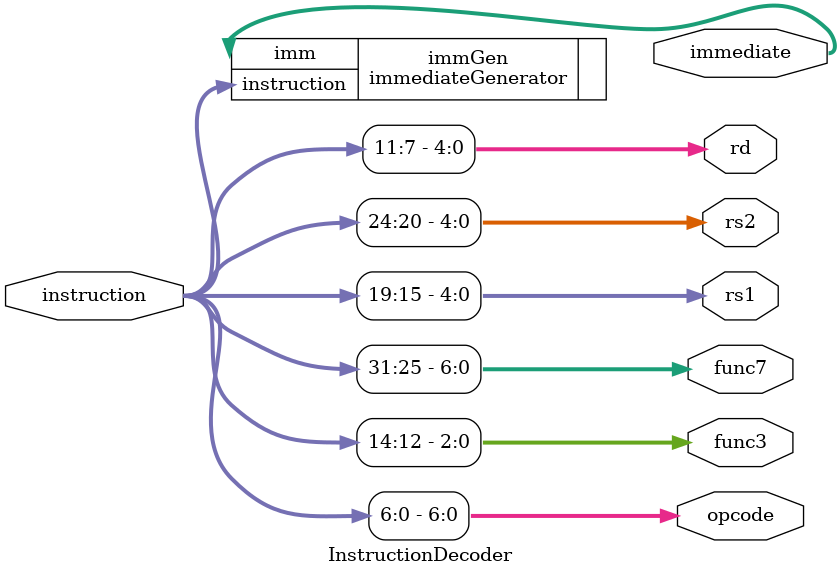
<source format=sv>
`default_nettype none
`include "immediateGenerator.sv"
`include "types.sv"


module InstructionDecoder (
    input  logic [31:0] instruction, // Input instruction (32-bit)
    output logic [6:0]  opcode,      // Opcode (bits [6:0])
    output logic [2:0]  func3,       // func3 (bits [14:12])
    output logic [6:0]  func7,       // func7 (bits [31:25])
    output logic [4:0]  rs1,         // Source register 1 (bits [19:15])
    output logic [4:0]  rs2,         // Source register 2 (bits [24:20])
    output logic [4:0]  rd,           // Destination register (bits [11:7])
    output logic [31:0] immediate
);

    // Extract fields from the instruction
    assign opcode = instruction[6:0];      // Opcode
    assign func3  = instruction[14:12];   // func3
    assign func7  = instruction[31:25];   // func7
    assign rs1    = instruction[19:15];   // rs1
    assign rs2    = instruction[24:20];   // rs2
    assign rd     = instruction[11:7];    // rd

    immediateGenerator immGen (
      .instruction(instruction),
      .imm(immediate)
    );

endmodule
</source>
